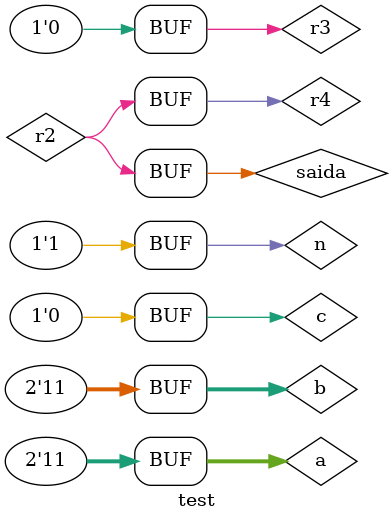
<source format=v>

module abgate ( output s, input a, input b );
	wire c;
	xor ( c, a, b );
	and ( s, a, c );
endmodule

module abgate2 ( output s, input [1:0] a, input [1:0] b );
	wire c [1:0];
	wire d [1:0];
	wire e [1:0];
	wire f [1:0];
	abgate ab1 ( c[0], a[0], b[0] );
	abgate ab2 ( c[1], a[1], b[1] );
	
	abgate ab3 ( d[0], b[0], a[0] );
	abgate ab4 ( d[1], b[1], a[1] );
	
	not ( e[0], d[0] );
	not ( e[1], d[1] );
	
	and ( f[0], c[0], e[0] );
	and ( f[1], c[1], e[1] );
	or ( s, f[0], f[1] );
endmodule

module test;
	reg [1:0] a;
	reg [1:0] b;
	reg c;
	wire n; //chave negada
	wire r1;
	wire r2;
	wire r3;
	wire r4;
	wire saida;
	
	not ( n, c );
	
	abgate2 a1 ( r1, a, b );
	abgate2 b1 ( r2, b, a );
	
	and ( r3, r1, c ); //maior
	and ( r4, r2, n ); //menor
	or ( saida, r4, r2 );
	
	initial begin
		$display( "A  B  C A>B B>A SAIDA" );
		$monitor ("%2b %2b %1b  %1b   %1b   %1b", a, b, c, r3, r4, saida );
		a = 00; b = 00; c = 0;
		#1 a = 00; b = 01;
		#1 a = 00; b = 10;
		#1 a = 00; b = 11;
		#1 a = 01; b = 00;
		#1 a = 01; b = 01;
		#1 a = 01; b = 10; //Valor errado se c = 1
		#1 a = 01; b = 11;
		#1 a = 10; b = 00;
		#1 a = 10; b = 01; //Valor errado se c = 0
		#1 a = 10; b = 10;
		#1 a = 10; b = 11;
		#1 a = 11; b = 00;
		#1 a = 11; b = 01;
		#1 a = 11; b = 10;
		#1 a = 11; b = 11;
		//nao consegui entender o por que do erro
	end
endmodule

</source>
